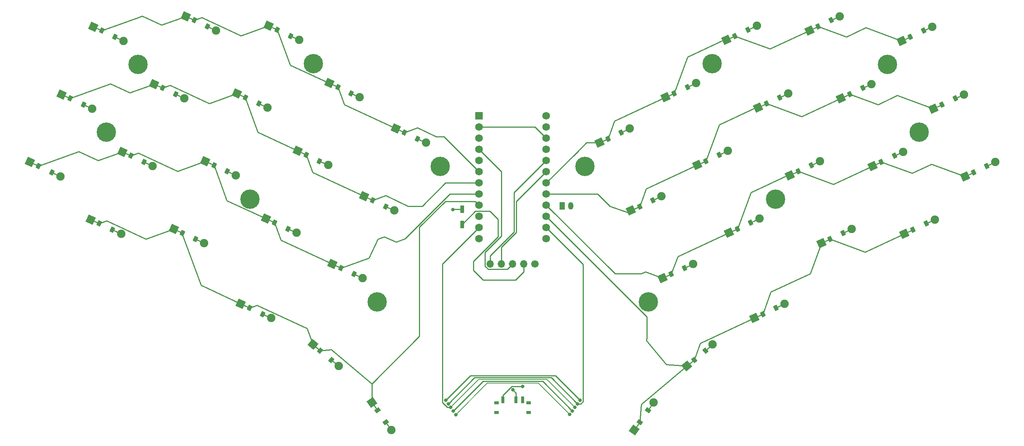
<source format=gbr>
%TF.GenerationSoftware,KiCad,Pcbnew,7.0.10*%
%TF.CreationDate,2024-01-18T08:47:23+01:00*%
%TF.ProjectId,turbo_go_2,74757262-6f5f-4676-9f5f-322e6b696361,v1.0.0*%
%TF.SameCoordinates,Original*%
%TF.FileFunction,Copper,L1,Top*%
%TF.FilePolarity,Positive*%
%FSLAX46Y46*%
G04 Gerber Fmt 4.6, Leading zero omitted, Abs format (unit mm)*
G04 Created by KiCad (PCBNEW 7.0.10) date 2024-01-18 08:47:23*
%MOMM*%
%LPD*%
G01*
G04 APERTURE LIST*
G04 Aperture macros list*
%AMRotRect*
0 Rectangle, with rotation*
0 The origin of the aperture is its center*
0 $1 length*
0 $2 width*
0 $3 Rotation angle, in degrees counterclockwise*
0 Add horizontal line*
21,1,$1,$2,0,0,$3*%
G04 Aperture macros list end*
%TA.AperFunction,ComponentPad*%
%ADD10C,0.700000*%
%TD*%
%TA.AperFunction,ComponentPad*%
%ADD11C,4.400000*%
%TD*%
%TA.AperFunction,ComponentPad*%
%ADD12RotRect,1.778000X1.778000X335.000000*%
%TD*%
%TA.AperFunction,SMDPad,CuDef*%
%ADD13RotRect,0.900000X1.200000X335.000000*%
%TD*%
%TA.AperFunction,ComponentPad*%
%ADD14C,1.905000*%
%TD*%
%TA.AperFunction,ComponentPad*%
%ADD15RotRect,1.778000X1.778000X25.000000*%
%TD*%
%TA.AperFunction,SMDPad,CuDef*%
%ADD16RotRect,0.900000X1.200000X25.000000*%
%TD*%
%TA.AperFunction,ComponentPad*%
%ADD17R,1.752600X1.752600*%
%TD*%
%TA.AperFunction,ComponentPad*%
%ADD18C,1.752600*%
%TD*%
%TA.AperFunction,SMDPad,CuDef*%
%ADD19R,0.900000X1.700000*%
%TD*%
%TA.AperFunction,ComponentPad*%
%ADD20RotRect,1.778000X1.778000X305.000000*%
%TD*%
%TA.AperFunction,SMDPad,CuDef*%
%ADD21RotRect,0.900000X1.200000X305.000000*%
%TD*%
%TA.AperFunction,ComponentPad*%
%ADD22O,1.700000X1.700000*%
%TD*%
%TA.AperFunction,ComponentPad*%
%ADD23C,1.700000*%
%TD*%
%TA.AperFunction,ComponentPad*%
%ADD24R,1.200000X1.700000*%
%TD*%
%TA.AperFunction,ComponentPad*%
%ADD25O,1.200000X1.700000*%
%TD*%
%TA.AperFunction,ComponentPad*%
%ADD26RotRect,1.778000X1.778000X320.000000*%
%TD*%
%TA.AperFunction,SMDPad,CuDef*%
%ADD27RotRect,0.900000X1.200000X320.000000*%
%TD*%
%TA.AperFunction,ComponentPad*%
%ADD28RotRect,1.778000X1.778000X55.000000*%
%TD*%
%TA.AperFunction,SMDPad,CuDef*%
%ADD29RotRect,0.900000X1.200000X55.000000*%
%TD*%
%TA.AperFunction,SMDPad,CuDef*%
%ADD30R,1.000000X0.800000*%
%TD*%
%TA.AperFunction,SMDPad,CuDef*%
%ADD31R,0.700000X1.500000*%
%TD*%
%TA.AperFunction,ComponentPad*%
%ADD32RotRect,1.778000X1.778000X40.000000*%
%TD*%
%TA.AperFunction,SMDPad,CuDef*%
%ADD33RotRect,0.900000X1.200000X40.000000*%
%TD*%
%TA.AperFunction,ViaPad*%
%ADD34C,0.800000*%
%TD*%
%TA.AperFunction,Conductor*%
%ADD35C,0.200000*%
%TD*%
%TA.AperFunction,Conductor*%
%ADD36C,0.250000*%
%TD*%
G04 APERTURE END LIST*
D10*
%TO.P,_5,1*%
%TO.N,N/C*%
X142209773Y-124661613D03*
X143140848Y-123808440D03*
X142154688Y-125923266D03*
X144402501Y-123863525D03*
D11*
X143705181Y-125358933D03*
D10*
X143007861Y-126854341D03*
X145255674Y-124794600D03*
X144269514Y-126909426D03*
X145200589Y-126056253D03*
%TD*%
D12*
%TO.P,D9,1*%
%TO.N,P18*%
X90382003Y-124216557D03*
D13*
X92339628Y-125129413D03*
%TO.P,D9,2*%
%TO.N,middle_bottom*%
X95330444Y-126524053D03*
D14*
X97288069Y-127436909D03*
%TD*%
D10*
%TO.P,_4,1*%
%TO.N,N/C*%
X99017231Y-132105052D03*
X99948306Y-131251879D03*
X98962146Y-133366705D03*
X101209959Y-131306964D03*
D11*
X100512639Y-132802372D03*
D10*
X99815319Y-134297780D03*
X102063132Y-132238039D03*
X101076972Y-134352865D03*
X102008047Y-133499692D03*
%TD*%
D15*
%TO.P,D23,1*%
%TO.N,P4*%
X248435835Y-96815416D03*
D16*
X250393460Y-95902560D03*
%TO.P,D23,2*%
%TO.N,mirror_pinky_top*%
X253384276Y-94507920D03*
D14*
X255341901Y-93595064D03*
%TD*%
D10*
%TO.P,_2,1*%
%TO.N,N/C*%
X66390154Y-116890794D03*
X67321229Y-116037621D03*
X66335069Y-118152447D03*
X68582882Y-116092706D03*
D11*
X67885562Y-117588114D03*
D10*
X67188242Y-119083522D03*
X69436055Y-117023781D03*
X68449895Y-119138607D03*
X69380970Y-118285434D03*
%TD*%
D15*
%TO.P,D51,1*%
%TO.N,P4*%
X208624239Y-96622443D03*
D16*
X210581864Y-95709587D03*
%TO.P,D51,2*%
%TO.N,mirror_middle_top*%
X213572680Y-94314947D03*
D14*
X215530305Y-93402091D03*
%TD*%
D15*
%TO.P,D46,1*%
%TO.N,P5*%
X234658006Y-109860394D03*
D16*
X236615631Y-108947538D03*
%TO.P,D46,2*%
%TO.N,mirror_ring_home*%
X239606447Y-107552898D03*
D14*
X241564072Y-106640042D03*
%TD*%
D15*
%TO.P,D47,1*%
%TO.N,P4*%
X227473487Y-94453158D03*
D16*
X229431112Y-93540302D03*
%TO.P,D47,2*%
%TO.N,mirror_ring_top*%
X232421928Y-92145662D03*
D14*
X234379553Y-91232806D03*
%TD*%
D15*
%TO.P,D41,1*%
%TO.N,P6*%
X262804852Y-127629890D03*
D16*
X264762477Y-126717034D03*
%TO.P,D41,2*%
%TO.N,mirror_pinky_bottom*%
X267753293Y-125322394D03*
D14*
X269710918Y-124409538D03*
%TD*%
D10*
%TO.P,_12,1*%
%TO.N,N/C*%
X189449768Y-156870728D03*
X189394683Y-155609075D03*
X190380843Y-157723901D03*
X190247856Y-154678000D03*
D11*
X190945176Y-156173408D03*
D10*
X191642496Y-157668816D03*
X191509509Y-154622915D03*
X192495669Y-156737741D03*
X192440584Y-155476088D03*
%TD*%
%TO.P,_6,1*%
%TO.N,N/C*%
X127840751Y-155476085D03*
X128771826Y-154622912D03*
X127785666Y-156737738D03*
X130033479Y-154677997D03*
D11*
X129336159Y-156173405D03*
D10*
X128638839Y-157668813D03*
X130886652Y-155609072D03*
X129900492Y-157723898D03*
X130831567Y-156870725D03*
%TD*%
D15*
%TO.P,D32,1*%
%TO.N,P6*%
X209215425Y-140481884D03*
D16*
X211173050Y-139569028D03*
%TO.P,D32,2*%
%TO.N,mirror_index_bottom*%
X214163866Y-138174388D03*
D14*
X216121491Y-137261532D03*
%TD*%
D10*
%TO.P,_3,1*%
%TO.N,N/C*%
X113386250Y-101290589D03*
X114317325Y-100437416D03*
X113331165Y-102552242D03*
X115578978Y-100492501D03*
D11*
X114881658Y-101987909D03*
D10*
X114184338Y-103483317D03*
X116432151Y-101423576D03*
X115445991Y-103538402D03*
X116377066Y-102685229D03*
%TD*%
D17*
%TO.P,MCU1,1*%
%TO.N,RAW*%
X152520659Y-113881757D03*
D18*
%TO.P,MCU1,2*%
%TO.N,GND*%
X152520659Y-116421757D03*
%TO.P,MCU1,3*%
%TO.N,RST*%
X152520659Y-118961757D03*
%TO.P,MCU1,4*%
%TO.N,VCC*%
X152520659Y-121501757D03*
%TO.P,MCU1,5*%
%TO.N,P21*%
X152520659Y-124041757D03*
%TO.P,MCU1,6*%
%TO.N,P20*%
X152520659Y-126581757D03*
%TO.P,MCU1,7*%
%TO.N,P19*%
X152520659Y-129121757D03*
%TO.P,MCU1,8*%
%TO.N,P18*%
X152520659Y-131661757D03*
%TO.P,MCU1,9*%
%TO.N,P15*%
X152520659Y-134201757D03*
%TO.P,MCU1,10*%
%TO.N,P14*%
X152520659Y-136741757D03*
%TO.P,MCU1,11*%
%TO.N,P16*%
X152520659Y-139281757D03*
%TO.P,MCU1,12*%
%TO.N,P10*%
X152520659Y-141821757D03*
%TO.P,MCU1,13*%
%TO.N,P1*%
X167760659Y-113881757D03*
%TO.P,MCU1,14*%
%TO.N,P0*%
X167760659Y-116421757D03*
%TO.P,MCU1,15*%
%TO.N,GND*%
X167760659Y-118961757D03*
%TO.P,MCU1,16*%
X167760659Y-121501757D03*
%TO.P,MCU1,17*%
%TO.N,P2*%
X167760659Y-124041757D03*
%TO.P,MCU1,18*%
%TO.N,P3*%
X167760659Y-126581757D03*
%TO.P,MCU1,19*%
%TO.N,P4*%
X167760659Y-129121757D03*
%TO.P,MCU1,20*%
%TO.N,P5*%
X167760659Y-131661757D03*
%TO.P,MCU1,21*%
%TO.N,P6*%
X167760659Y-134201757D03*
%TO.P,MCU1,22*%
%TO.N,P7*%
X167760659Y-136741757D03*
%TO.P,MCU1,23*%
%TO.N,P8*%
X167760659Y-139281757D03*
%TO.P,MCU1,24*%
%TO.N,P9*%
X167760659Y-141821757D03*
%TD*%
D12*
%TO.P,D14,1*%
%TO.N,P20*%
X118528853Y-106447062D03*
D13*
X120486478Y-107359918D03*
%TO.P,D14,2*%
%TO.N,index_top*%
X123477294Y-108754558D03*
D14*
X125434919Y-109667414D03*
%TD*%
D19*
%TO.P,,1*%
%TO.N,RST*%
X148640664Y-135151757D03*
%TO.P,,2*%
%TO.N,GND*%
X148640664Y-138551757D03*
%TD*%
D20*
%TO.P,D20,1*%
%TO.N,P15*%
X128189722Y-179055414D03*
D21*
X129428647Y-180824782D03*
%TO.P,D20,2*%
%TO.N,far_cluster*%
X131321449Y-183527984D03*
D14*
X132560374Y-185297352D03*
%TD*%
D12*
%TO.P,D15,1*%
%TO.N,P18*%
X119205520Y-147587586D03*
D13*
X121163145Y-148500442D03*
%TO.P,D15,2*%
%TO.N,inner_bottom*%
X124153961Y-149895082D03*
D14*
X126111586Y-150807938D03*
%TD*%
D12*
%TO.P,D64,1*%
%TO.N,P15*%
X64348247Y-137454510D03*
D13*
X66305872Y-138367366D03*
%TO.P,D64,2*%
%TO.N,ring_mod*%
X69296688Y-139762006D03*
D14*
X71254313Y-140674862D03*
%TD*%
D10*
%TO.P,_10,1*%
%TO.N,N/C*%
X218273287Y-133499694D03*
X218218202Y-132238041D03*
X219204362Y-134352867D03*
X219071375Y-131306966D03*
D11*
X219768695Y-132802374D03*
D10*
X220466015Y-134297782D03*
X220333028Y-131251881D03*
X221319188Y-133366707D03*
X221264103Y-132105054D03*
%TD*%
D12*
%TO.P,D71,1*%
%TO.N,P20*%
X104751029Y-93402083D03*
D13*
X106708654Y-94314939D03*
%TO.P,D71,2*%
%TO.N,middle_top*%
X109699470Y-95709579D03*
D14*
X111657095Y-96622435D03*
%TD*%
D22*
%TO.P,DISP1,1*%
%TO.N,P2*%
X155060664Y-147551749D03*
%TO.P,DISP1,2*%
%TO.N,P3*%
X157600664Y-147551749D03*
%TO.P,DISP1,3*%
%TO.N,VCC*%
X160140664Y-147551749D03*
%TO.P,DISP1,4*%
%TO.N,GND*%
X162680664Y-147551749D03*
D23*
%TO.P,DISP1,5*%
%TO.N,CS*%
X165220664Y-147551749D03*
%TD*%
D15*
%TO.P,D38,1*%
%TO.N,P7*%
X214948874Y-159875893D03*
D16*
X216906499Y-158963037D03*
%TO.P,D38,2*%
%TO.N,mirror_near_cluster*%
X219897315Y-157568397D03*
D14*
X221854940Y-156655541D03*
%TD*%
D10*
%TO.P,_11,1*%
%TO.N,N/C*%
X175080742Y-126056259D03*
X175025657Y-124794606D03*
X176011817Y-126909432D03*
X175878830Y-123863531D03*
D11*
X176576150Y-125358939D03*
D10*
X177273470Y-126854347D03*
X177140483Y-123808446D03*
X178126643Y-125923272D03*
X178071558Y-124661619D03*
%TD*%
D15*
%TO.P,D22,1*%
%TO.N,P5*%
X255620345Y-112222654D03*
D16*
X257577970Y-111309798D03*
%TO.P,D22,2*%
%TO.N,mirror_pinky_home*%
X260568786Y-109915158D03*
D14*
X262526411Y-109002302D03*
%TD*%
D15*
%TO.P,D50,1*%
%TO.N,P5*%
X215808756Y-112029680D03*
D16*
X217766381Y-111116824D03*
%TO.P,D50,2*%
%TO.N,mirror_middle_home*%
X220757197Y-109722184D03*
D14*
X222714822Y-108809328D03*
%TD*%
D10*
%TO.P,_1,1*%
%TO.N,N/C*%
X73574671Y-101483561D03*
X74505746Y-100630388D03*
X73519586Y-102745214D03*
X75767399Y-100685473D03*
D11*
X75070079Y-102180881D03*
D10*
X74372759Y-103676289D03*
X76620572Y-101616548D03*
X75634412Y-103731374D03*
X76565487Y-102878201D03*
%TD*%
D15*
%TO.P,D44,1*%
%TO.N,P7*%
X249027026Y-140674860D03*
D16*
X250984651Y-139762004D03*
%TO.P,D44,2*%
%TO.N,mirror_ring_mod*%
X253975467Y-138367364D03*
D14*
X255933092Y-137454508D03*
%TD*%
D12*
%TO.P,D78,1*%
%TO.N,P15*%
X98426389Y-156655541D03*
D13*
X100384014Y-157568397D03*
%TO.P,D78,2*%
%TO.N,near_cluster*%
X103374830Y-158963037D03*
D14*
X105332455Y-159875893D03*
%TD*%
D15*
%TO.P,D49,1*%
%TO.N,P6*%
X222993264Y-127436908D03*
D16*
X224950889Y-126524052D03*
%TO.P,D49,2*%
%TO.N,mirror_middle_bottom*%
X227941705Y-125129412D03*
D14*
X229899330Y-124216556D03*
%TD*%
D10*
%TO.P,_8,1*%
%TO.N,N/C*%
X250900361Y-118285426D03*
X250845276Y-117023773D03*
X251831436Y-119138599D03*
X251698449Y-116092698D03*
D11*
X252395769Y-117588106D03*
D10*
X253093089Y-119083514D03*
X252960102Y-116037613D03*
X253946262Y-118152439D03*
X253891177Y-116890786D03*
%TD*%
D15*
%TO.P,D33,1*%
%TO.N,P5*%
X202030912Y-125074647D03*
D16*
X203988537Y-124161791D03*
%TO.P,D33,2*%
%TO.N,mirror_index_home*%
X206979353Y-122767151D03*
D14*
X208936978Y-121854295D03*
%TD*%
D12*
%TO.P,D70,1*%
%TO.N,P19*%
X97566520Y-108809324D03*
D13*
X99524145Y-109722180D03*
%TO.P,D70,2*%
%TO.N,middle_home*%
X102514961Y-111116820D03*
D14*
X104472586Y-112029676D03*
%TD*%
D15*
%TO.P,D37,1*%
%TO.N,P4*%
X179800724Y-119993471D03*
D16*
X181758349Y-119080615D03*
%TO.P,D37,2*%
%TO.N,mirror_inner_top*%
X184749165Y-117685975D03*
D14*
X186706790Y-116773119D03*
%TD*%
D12*
%TO.P,D61,1*%
%TO.N,P18*%
X50570422Y-124409534D03*
D13*
X52528047Y-125322390D03*
%TO.P,D61,2*%
%TO.N,pinky_bottom*%
X55518863Y-126717030D03*
D14*
X57476488Y-127629886D03*
%TD*%
D15*
%TO.P,D28,1*%
%TO.N,P7*%
X230177770Y-142844149D03*
D16*
X232135395Y-141931293D03*
%TO.P,D28,2*%
%TO.N,mirror_middle_mod*%
X235126211Y-140536653D03*
D14*
X237083836Y-139623797D03*
%TD*%
D12*
%TO.P,D65,1*%
%TO.N,P18*%
X71532755Y-122047277D03*
D13*
X73490380Y-122960133D03*
%TO.P,D65,2*%
%TO.N,ring_bottom*%
X76481196Y-124354773D03*
D14*
X78438821Y-125267629D03*
%TD*%
D24*
%TO.P,JST1,1*%
%TO.N,pos*%
X171340664Y-134351753D03*
D25*
%TO.P,JST1,2*%
%TO.N,GND*%
X173340664Y-134351753D03*
%TD*%
D12*
%TO.P,D16,1*%
%TO.N,P19*%
X126390037Y-132180353D03*
D13*
X128347662Y-133093209D03*
%TO.P,D16,2*%
%TO.N,inner_home*%
X131338478Y-134487849D03*
D14*
X133296103Y-135400705D03*
%TD*%
D12*
%TO.P,D67,1*%
%TO.N,P20*%
X85901780Y-91232811D03*
D13*
X87859405Y-92145667D03*
%TO.P,D67,2*%
%TO.N,ring_top*%
X90850221Y-93540307D03*
D14*
X92807846Y-94453163D03*
%TD*%
D12*
%TO.P,D62,1*%
%TO.N,P19*%
X57754933Y-109002291D03*
D13*
X59712558Y-109915147D03*
%TO.P,D62,2*%
%TO.N,pinky_home*%
X62703374Y-111309787D03*
D14*
X64660999Y-112222643D03*
%TD*%
D12*
%TO.P,D13,1*%
%TO.N,P19*%
X111344353Y-121854304D03*
D13*
X113301978Y-122767160D03*
%TO.P,D13,2*%
%TO.N,index_home*%
X116292794Y-124161800D03*
D14*
X118250419Y-125074656D03*
%TD*%
D15*
%TO.P,D55,1*%
%TO.N,P6*%
X194169745Y-150807937D03*
D16*
X196127370Y-149895081D03*
%TO.P,D55,2*%
%TO.N,mirror_inner_bottom*%
X199118186Y-148500441D03*
D14*
X201075811Y-147587585D03*
%TD*%
D26*
%TO.P,D79,1*%
%TO.N,P15*%
X114782559Y-165896266D03*
D27*
X116437215Y-167284687D03*
%TO.P,D79,2*%
%TO.N,home_cluster*%
X118965161Y-169405887D03*
D14*
X120619817Y-170794308D03*
%TD*%
D12*
%TO.P,D77,1*%
%TO.N,P20*%
X133574543Y-116773116D03*
D13*
X135532168Y-117685972D03*
%TO.P,D77,2*%
%TO.N,inner_top*%
X138522984Y-119080612D03*
D14*
X140480609Y-119993468D03*
%TD*%
D26*
%TO.P,D19,1*%
%TO.N,P15*%
X114782559Y-165896266D03*
D27*
X116437215Y-167284687D03*
%TO.P,D19,2*%
%TO.N,home_cluster*%
X118965161Y-169405887D03*
D14*
X120619817Y-170794308D03*
%TD*%
D10*
%TO.P,_7,1*%
%TO.N,N/C*%
X243715850Y-102878197D03*
X243660765Y-101616544D03*
X244646925Y-103731370D03*
X244513938Y-100685469D03*
D11*
X245211258Y-102180877D03*
D10*
X245908578Y-103676285D03*
X245775591Y-100630384D03*
X246761751Y-102745210D03*
X246706666Y-101483557D03*
%TD*%
D28*
%TO.P,D60,1*%
%TO.N,P7*%
X187720954Y-185297358D03*
D29*
X188959879Y-183527990D03*
%TO.P,D60,2*%
%TO.N,mirror_far_cluster*%
X190852681Y-180824788D03*
D14*
X192091606Y-179055420D03*
%TD*%
D15*
%TO.P,D25,1*%
%TO.N,P6*%
X241842513Y-125267628D03*
D16*
X243800138Y-124354772D03*
%TO.P,D25,2*%
%TO.N,mirror_ring_bottom*%
X246790954Y-122960132D03*
D14*
X248748579Y-122047276D03*
%TD*%
D12*
%TO.P,D3,1*%
%TO.N,P20*%
X64939442Y-93595066D03*
D13*
X66897067Y-94507922D03*
%TO.P,D3,2*%
%TO.N,pinky_top*%
X69887883Y-95902562D03*
D14*
X71845508Y-96815418D03*
%TD*%
D15*
%TO.P,D54,1*%
%TO.N,P4*%
X194846413Y-109667415D03*
D16*
X196804038Y-108754559D03*
%TO.P,D54,2*%
%TO.N,mirror_index_top*%
X199794854Y-107359919D03*
D14*
X201752479Y-106447063D03*
%TD*%
D12*
%TO.P,D12,1*%
%TO.N,P18*%
X104159838Y-137261531D03*
D13*
X106117463Y-138174387D03*
%TO.P,D12,2*%
%TO.N,index_bottom*%
X109108279Y-139569027D03*
D14*
X111065904Y-140481883D03*
%TD*%
D15*
%TO.P,D56,1*%
%TO.N,P5*%
X186985235Y-135400710D03*
D16*
X188942860Y-134487854D03*
%TO.P,D56,2*%
%TO.N,mirror_inner_home*%
X191933676Y-133093214D03*
D14*
X193891301Y-132180358D03*
%TD*%
D30*
%TO.P,,*%
%TO.N,*%
X156490670Y-179128508D03*
X156490670Y-181338508D03*
X163790670Y-179128508D03*
X163790670Y-181338508D03*
D31*
%TO.P,,1*%
%TO.N,pos*%
X157890670Y-178478508D03*
%TO.P,,2*%
%TO.N,RAW*%
X160890670Y-178478508D03*
%TO.P,,3*%
%TO.N,N/C*%
X162390670Y-178478508D03*
%TD*%
D10*
%TO.P,_9,1*%
%TO.N,N/C*%
X203904256Y-102685236D03*
X203849171Y-101423583D03*
X204835331Y-103538409D03*
X204702344Y-100492508D03*
D11*
X205399664Y-101987916D03*
D10*
X206096984Y-103483324D03*
X205963997Y-100437423D03*
X206950157Y-102552249D03*
X206895072Y-101290596D03*
%TD*%
D12*
%TO.P,D66,1*%
%TO.N,P19*%
X78717267Y-106640044D03*
D13*
X80674892Y-107552900D03*
%TO.P,D66,2*%
%TO.N,ring_home*%
X83665708Y-108947540D03*
D14*
X85623333Y-109860396D03*
%TD*%
D15*
%TO.P,D34,1*%
%TO.N,P4*%
X194846413Y-109667415D03*
D16*
X196804038Y-108754559D03*
%TO.P,D34,2*%
%TO.N,mirror_index_top*%
X199794854Y-107359919D03*
D14*
X201752479Y-106447063D03*
%TD*%
D15*
%TO.P,D48,1*%
%TO.N,P7*%
X230177770Y-142844149D03*
D16*
X232135395Y-141931293D03*
%TO.P,D48,2*%
%TO.N,mirror_middle_mod*%
X235126211Y-140536653D03*
D14*
X237083836Y-139623797D03*
%TD*%
D12*
%TO.P,D8,1*%
%TO.N,P15*%
X83197494Y-139623794D03*
D13*
X85155119Y-140536650D03*
%TO.P,D8,2*%
%TO.N,middle_mod*%
X88145935Y-141931290D03*
D14*
X90103560Y-142844146D03*
%TD*%
D32*
%TO.P,D59,1*%
%TO.N,P7*%
X199661508Y-170794309D03*
D33*
X201316164Y-169405888D03*
%TO.P,D59,2*%
%TO.N,mirror_home_cluster*%
X203844110Y-167284688D03*
D14*
X205498766Y-165896267D03*
%TD*%
D34*
%TO.N,P10*%
X173058589Y-181783652D03*
X147245558Y-181834293D03*
%TO.N,P9*%
X173655627Y-180981440D03*
X146671985Y-181015143D03*
%TO.N,P16*%
X174238272Y-180168708D03*
X146098405Y-180195994D03*
%TO.N,P8*%
X174858593Y-179383659D03*
X145524833Y-179376834D03*
%TO.N,P14*%
X144951249Y-178557687D03*
X175413291Y-178551608D03*
%TO.N,RAW*%
X160183079Y-176202800D03*
%TO.N,RST*%
X146563189Y-135170535D03*
%TO.N,pos*%
X162383077Y-175402802D03*
%TD*%
D35*
%TO.N,P10*%
X165977735Y-174702802D02*
X154377046Y-174702795D01*
X154377046Y-174702795D02*
X147245558Y-181834293D01*
X173058589Y-181783652D02*
X165977735Y-174702802D01*
D36*
%TO.N,pinky_bottom*%
X57476476Y-127629880D02*
X55518852Y-126717024D01*
%TO.N,pinky_home*%
X64660991Y-112222645D02*
X62703362Y-111309789D01*
%TO.N,pinky_top*%
X71845497Y-96815416D02*
X69887873Y-95902563D01*
%TO.N,ring_mod*%
X71254310Y-140674854D02*
X69296682Y-139762007D01*
%TO.N,P9*%
X146671985Y-181015143D02*
X153409324Y-174277798D01*
X166951985Y-174277797D02*
X173655627Y-180981440D01*
X153409324Y-174277798D02*
X166951985Y-174277797D01*
%TO.N,ring_bottom*%
X78438823Y-125267619D02*
X76481194Y-124354765D01*
%TO.N,ring_home*%
X85623335Y-109860389D02*
X83665707Y-108947540D01*
%TO.N,ring_top*%
X92807836Y-94453164D02*
X90850213Y-93540307D01*
%TO.N,middle_mod*%
X90103556Y-142844137D02*
X88145935Y-141931283D01*
%TO.N,P16*%
X146098405Y-180195994D02*
X146183085Y-180002794D01*
D35*
X167922360Y-173852798D02*
X152441597Y-173852799D01*
D36*
X144226251Y-147576163D02*
X144226251Y-179103560D01*
X144226251Y-179103560D02*
X145318683Y-180195990D01*
X152520660Y-139281757D02*
X144226251Y-147576163D01*
D35*
X152441597Y-173852799D02*
X146098405Y-180195994D01*
D36*
X145318683Y-180195990D02*
X146098405Y-180195994D01*
D35*
X174238272Y-180168708D02*
X167922360Y-173852798D01*
D36*
%TO.N,middle_bottom*%
X97288078Y-127436915D02*
X95330442Y-126524047D01*
%TO.N,middle_home*%
X104472592Y-112029672D02*
X102514955Y-111116812D01*
%TO.N,middle_top*%
X111657102Y-96622440D02*
X109699476Y-95709593D01*
%TO.N,P8*%
X151473864Y-173427801D02*
X168902731Y-173427799D01*
X168902731Y-173427799D02*
X174858593Y-179383659D01*
X145524833Y-179376834D02*
X151473864Y-173427801D01*
X167760659Y-139281758D02*
X176138290Y-147659393D01*
X176138290Y-147659393D02*
X176138292Y-178851911D01*
X175606545Y-179383658D02*
X174858593Y-179383659D01*
X176138292Y-178851911D02*
X175606545Y-179383658D01*
%TO.N,index_bottom*%
X111065900Y-140481887D02*
X109108279Y-139569026D01*
%TO.N,index_home*%
X118250409Y-125074660D02*
X116292784Y-124161789D01*
%TO.N,index_top*%
X125434919Y-109667413D02*
X123477299Y-108754558D01*
%TO.N,P14*%
X169839484Y-172977800D02*
X150531146Y-172977798D01*
X175413291Y-178551608D02*
X169839484Y-172977800D01*
X150531146Y-172977798D02*
X144951249Y-178557687D01*
%TO.N,inner_bottom*%
X126111591Y-150807936D02*
X124153960Y-149895078D01*
%TO.N,inner_home*%
X133296099Y-135400701D02*
X131338484Y-134487850D01*
%TO.N,inner_top*%
X140480603Y-119993475D02*
X138522983Y-119080620D01*
%TO.N,near_cluster*%
X103374835Y-158963041D02*
X105332475Y-159875888D01*
%TO.N,home_cluster*%
X118965170Y-169405897D02*
X120619825Y-170794312D01*
%TO.N,far_cluster*%
X132560385Y-185297357D02*
X131321454Y-183527993D01*
%TO.N,mirror_pinky_bottom*%
X269710916Y-124409539D02*
X267753292Y-125322393D01*
%TO.N,mirror_pinky_home*%
X262526415Y-109002299D02*
X260568788Y-109915154D01*
%TO.N,mirror_pinky_top*%
X255341899Y-93595068D02*
X253384269Y-94507920D01*
%TO.N,mirror_ring_mod*%
X255933089Y-137454496D02*
X253975460Y-138367364D01*
%TO.N,mirror_ring_bottom*%
X248748588Y-122047283D02*
X246790953Y-122960133D01*
%TO.N,mirror_ring_home*%
X241564069Y-106640047D02*
X239606442Y-107552899D01*
%TO.N,mirror_ring_top*%
X234379555Y-91232813D02*
X232421932Y-92145675D01*
%TO.N,mirror_middle_mod*%
X235126215Y-140536644D02*
X237083833Y-139623793D01*
%TO.N,mirror_middle_bottom*%
X229899327Y-124216558D02*
X227941698Y-125129410D01*
%TO.N,mirror_middle_home*%
X222714819Y-108809318D02*
X220757190Y-109722183D01*
%TO.N,mirror_middle_top*%
X215530315Y-93402099D02*
X213572686Y-94314944D01*
%TO.N,mirror_index_bottom*%
X214163872Y-138174387D02*
X216121494Y-137261529D01*
%TO.N,mirror_index_home*%
X206979357Y-122767158D02*
X208936988Y-121854297D01*
%TO.N,mirror_index_top*%
X201752474Y-106447067D02*
X199794852Y-107359918D01*
%TO.N,mirror_inner_bottom*%
X199118190Y-148500434D02*
X201075810Y-147587587D01*
%TO.N,mirror_inner_home*%
X191933669Y-133093209D02*
X193891303Y-132180351D01*
%TO.N,mirror_inner_top*%
X186706790Y-116773118D02*
X184749164Y-117685979D01*
%TO.N,mirror_near_cluster*%
X221854931Y-156655542D02*
X219897315Y-157568393D01*
%TO.N,mirror_home_cluster*%
X205498768Y-165896275D02*
X203844111Y-167284693D01*
%TO.N,mirror_far_cluster*%
X190852682Y-180824783D02*
X192091608Y-179055419D01*
%TO.N,P18*%
X73490390Y-122960141D02*
X75188084Y-122342219D01*
X95253862Y-133136188D02*
X104126617Y-137273624D01*
X84106143Y-126500777D02*
X90381999Y-124216557D01*
X90381999Y-124216557D02*
X92339634Y-125129415D01*
X145887716Y-131661755D02*
X135747384Y-141802102D01*
X107568527Y-142161161D02*
X119205531Y-147587582D01*
X133657985Y-142603490D02*
X135724402Y-141851372D01*
X152520667Y-131661750D02*
X145887716Y-131661755D01*
X71532757Y-122047276D02*
X73490390Y-122960141D01*
X129516909Y-141884361D02*
X130976534Y-141353102D01*
X121163147Y-148500438D02*
X127508768Y-146190824D01*
X50570422Y-124409531D02*
X52528049Y-125322381D01*
X135724402Y-141851372D02*
X135747384Y-141802102D01*
X61664400Y-121997014D02*
X66050934Y-124042496D01*
X106117459Y-138174388D02*
X107568527Y-142161161D01*
X66050934Y-124042496D02*
X71532757Y-122047276D01*
X130976534Y-141353102D02*
X133657985Y-142603490D01*
X119205531Y-147587582D02*
X121163147Y-148500438D01*
X127508768Y-146190824D02*
X129516909Y-141884361D01*
X52528049Y-125322381D02*
X61664400Y-121997014D01*
X104126617Y-137273624D02*
X104159835Y-137261538D01*
X92339634Y-125129415D02*
X95253862Y-133136188D01*
X75188084Y-122342219D02*
X84106143Y-126500777D01*
X104159835Y-137261538D02*
X106117459Y-138174388D01*
%TO.N,P19*%
X126390034Y-132180346D02*
X128347659Y-133093211D01*
X57754925Y-109002302D02*
X59712555Y-109915151D01*
X113301975Y-122767155D02*
X114753043Y-126753927D01*
X82372589Y-106934985D02*
X91290665Y-111093542D01*
X152520663Y-129121750D02*
X144864124Y-129121757D01*
X99460748Y-109858128D02*
X102290331Y-117632338D01*
X73235443Y-108635267D02*
X78717271Y-106640043D01*
X131283284Y-132024728D02*
X136383073Y-134402797D01*
X59712555Y-109915151D02*
X68848915Y-106589780D01*
X97566517Y-108809327D02*
X99524152Y-109722183D01*
X102290331Y-117632338D02*
X111344347Y-121854297D01*
X80674903Y-107552893D02*
X82372589Y-106934985D01*
X99524152Y-109722183D02*
X99460748Y-109858128D01*
X144864124Y-129121757D02*
X139583078Y-134402792D01*
X68848915Y-106589780D02*
X73235443Y-108635267D01*
X128347659Y-133093211D02*
X131283284Y-132024728D01*
X111344347Y-121854297D02*
X113301975Y-122767155D01*
X78717271Y-106640043D02*
X80674903Y-107552893D01*
X91290665Y-111093542D02*
X97566517Y-108809327D01*
X139583078Y-134402792D02*
X136383073Y-134402797D01*
X114753043Y-126753927D02*
X126390034Y-132180346D01*
%TO.N,P20*%
X80419957Y-93228028D02*
X85901781Y-91232808D01*
X121937554Y-111346699D02*
X133574545Y-116773117D01*
X89557105Y-91527757D02*
X98475175Y-95686319D01*
X120486487Y-107359919D02*
X121937554Y-111346699D01*
X98475175Y-95686319D02*
X104751027Y-93402092D01*
X133574545Y-116773117D02*
X135532165Y-117685974D01*
X85901781Y-91232808D02*
X87859405Y-92145661D01*
X109622875Y-102321728D02*
X118495641Y-106459157D01*
X118495641Y-106459157D02*
X118528858Y-106447069D01*
X106708642Y-94314950D02*
X109622875Y-102321728D01*
X135532165Y-117685974D02*
X138500248Y-116605682D01*
X104751027Y-93402092D02*
X106708642Y-94314950D01*
X87859405Y-92145661D02*
X89557105Y-91527757D01*
X144541714Y-118602796D02*
X152520666Y-126581756D01*
X75182008Y-91492449D02*
X75186931Y-91481897D01*
X75186931Y-91481897D02*
X76022878Y-91177639D01*
X142783081Y-118602800D02*
X144541714Y-118602796D01*
X76022878Y-91177639D02*
X80419957Y-93228028D01*
X66897064Y-94507928D02*
X75182008Y-91492449D01*
X64939439Y-93595067D02*
X66897064Y-94507928D01*
X138500248Y-116605682D02*
X142783081Y-118602800D01*
X118528858Y-106447069D02*
X120486487Y-107359919D01*
%TO.N,P15*%
X144860418Y-133325460D02*
X138983078Y-139202800D01*
X102081719Y-156950486D02*
X113457237Y-162254974D01*
X83197494Y-139623791D02*
X85155122Y-140536643D01*
X152520661Y-134201755D02*
X151644372Y-133325459D01*
X116437213Y-167284690D02*
X118973485Y-167062802D01*
X85155122Y-140536643D02*
X85091723Y-140672581D01*
X138983078Y-139202800D02*
X138983076Y-164002796D01*
X128189724Y-174796145D02*
X128189723Y-179055411D01*
X116437213Y-167284690D02*
X114782571Y-165896275D01*
X113457237Y-162254974D02*
X114782568Y-165896275D01*
X100384014Y-157568396D02*
X102081719Y-156950486D01*
X98426397Y-156655548D02*
X100384014Y-157568396D01*
X89372381Y-152433578D02*
X98426397Y-156655548D01*
X68003575Y-137749443D02*
X76921641Y-141908014D01*
X64348248Y-137454514D02*
X66305874Y-138367363D01*
X138983076Y-164002796D02*
X128189724Y-174796145D01*
X118973485Y-167062802D02*
X128189724Y-174796145D01*
X76921641Y-141908014D02*
X83197494Y-139623791D01*
X129428654Y-180824786D02*
X128189721Y-179055410D01*
X66305874Y-138367363D02*
X68003575Y-137749443D01*
X85091723Y-140672581D02*
X89372381Y-152433578D01*
X151644372Y-133325459D02*
X144860418Y-133325460D01*
%TO.N,P6*%
X183361713Y-149802798D02*
X189357565Y-149802795D01*
X222693052Y-127327645D02*
X222993265Y-127436903D01*
X232924449Y-129426190D02*
X241842518Y-125267630D01*
X190256482Y-149383626D02*
X189357565Y-149802795D01*
X196127369Y-149895083D02*
X194169752Y-150807930D01*
X250769656Y-126891476D02*
X243800137Y-124354781D01*
X262804852Y-127629882D02*
X255156182Y-124845989D01*
X167760658Y-134201756D02*
X183361713Y-149802798D01*
X255156182Y-124845989D02*
X250769656Y-126891476D01*
X224950885Y-126524062D02*
X222993265Y-127436903D01*
X209215428Y-140481884D02*
X197578442Y-145908308D01*
X214184458Y-131295267D02*
X222693052Y-127327645D01*
X264762477Y-126717033D02*
X262804852Y-127629882D01*
X194169752Y-150807930D02*
X190256482Y-149383626D01*
X197578442Y-145908308D02*
X196127369Y-149895083D01*
X211173056Y-139569030D02*
X209215428Y-140481884D01*
X241842518Y-125267630D02*
X243800137Y-124354781D01*
X224950885Y-126524062D02*
X232924449Y-129426190D01*
X211173056Y-139569030D02*
X214184458Y-131295267D01*
%TO.N,P5*%
X203988543Y-124161791D02*
X206999941Y-115888030D01*
X186985232Y-135400707D02*
X188942861Y-134487843D01*
X247440092Y-109245279D02*
X255620346Y-112222652D01*
X190393931Y-130501066D02*
X202030919Y-125074645D01*
X179442042Y-131661746D02*
X182183072Y-134402788D01*
X206999941Y-115888030D02*
X215508549Y-111920413D01*
X215508549Y-111920413D02*
X215808752Y-112029672D01*
X186985232Y-135400707D02*
X186082010Y-135821886D01*
X257577977Y-111309790D02*
X255620346Y-112222652D01*
X188942861Y-134487843D02*
X190393931Y-130501066D01*
X243053573Y-111290760D02*
X247440092Y-109245279D01*
X225739933Y-114018958D02*
X234658000Y-109860389D01*
X217766373Y-111116816D02*
X225739933Y-114018958D01*
X186082010Y-135821886D02*
X182183072Y-134402788D01*
X217766373Y-111116816D02*
X215808752Y-112029672D01*
X234658000Y-109860389D02*
X236615623Y-108947534D01*
X202030919Y-125074645D02*
X203988543Y-124161791D01*
X236615623Y-108947534D02*
X243053573Y-111290760D01*
X167760655Y-131661755D02*
X179442042Y-131661746D01*
%TO.N,P4*%
X196804037Y-108754549D02*
X194846405Y-109667414D01*
X210581870Y-95709583D02*
X208624249Y-96622435D01*
X218555427Y-98611725D02*
X210581870Y-95709583D01*
X167760664Y-129121754D02*
X174731350Y-122151064D01*
X235869047Y-95883533D02*
X240255588Y-93838045D01*
X208624249Y-96622435D02*
X208324035Y-96513187D01*
X199815437Y-100480801D02*
X196804037Y-108754549D01*
X183209423Y-115093833D02*
X181758351Y-119080613D01*
X240255588Y-93838045D02*
X248435832Y-96815415D01*
X227473482Y-94453173D02*
X229431110Y-93540304D01*
X194846405Y-109667414D02*
X183209423Y-115093833D01*
X229431110Y-93540304D02*
X235869047Y-95883533D01*
X227473482Y-94453173D02*
X218555427Y-98611725D01*
X174731350Y-122151064D02*
X176888951Y-119993469D01*
X250393456Y-95902565D02*
X248435832Y-96815415D01*
X208324035Y-96513187D02*
X199815437Y-100480801D01*
X176888951Y-119993469D02*
X179800730Y-119993468D01*
X179800728Y-119993471D02*
X181758351Y-119080613D01*
%TO.N,P7*%
X195025434Y-170388718D02*
X190506976Y-165003837D01*
X187720966Y-185297358D02*
X188959884Y-183527986D01*
X240108957Y-144833417D02*
X232135403Y-141931291D01*
X190506976Y-165003837D02*
X190583087Y-164133977D01*
X216906503Y-158963035D02*
X214948873Y-159875888D01*
X202707101Y-165584322D02*
X201316169Y-169405898D01*
X199661517Y-170794306D02*
X189314320Y-179476630D01*
X232135403Y-141931291D02*
X230177779Y-142844147D01*
X190583083Y-159564171D02*
X190583087Y-164133977D01*
X189314320Y-179476630D02*
X188959879Y-183527982D01*
X214948873Y-159875888D02*
X202707101Y-165584322D01*
X249027023Y-140674855D02*
X240108957Y-144833417D01*
X167760671Y-136741755D02*
X190583083Y-159564171D01*
X230177779Y-142844147D02*
X227650060Y-149788977D01*
X218731982Y-153947538D02*
X216906503Y-158963035D01*
X227650060Y-149788977D02*
X218731982Y-153947538D01*
X201316170Y-169405891D02*
X199661518Y-170794319D01*
X199661517Y-170794306D02*
X195025434Y-170388718D01*
X249027023Y-140674855D02*
X250984644Y-139762002D01*
%TO.N,RAW*%
X160890661Y-178478501D02*
X160890662Y-176910389D01*
X160890662Y-176910389D02*
X160183079Y-176202800D01*
%TO.N,GND*%
X162680671Y-149305198D02*
X162680673Y-147551755D01*
X156783079Y-137402790D02*
X156783077Y-141402793D01*
X151651963Y-135540460D02*
X154920739Y-135540461D01*
X151183077Y-147002793D02*
X151183082Y-149002796D01*
X160783080Y-151202793D02*
X162680671Y-149305198D01*
X153383073Y-151202799D02*
X160783080Y-151202793D01*
X148640666Y-138551759D02*
X151651963Y-135540460D01*
X154920739Y-135540461D02*
X156783079Y-137402790D01*
X156783077Y-141402793D02*
X151183077Y-147002793D01*
X165220671Y-116421758D02*
X167760664Y-118961756D01*
X151183082Y-149002796D02*
X153383073Y-151202799D01*
X152520663Y-116421755D02*
X165220671Y-116421758D01*
%TO.N,RST*%
X146563189Y-135170535D02*
X146581965Y-135151758D01*
X146581965Y-135151758D02*
X148640665Y-135151758D01*
%TO.N,VCC*%
X157583080Y-126564166D02*
X152520666Y-121501754D01*
X153885672Y-148038462D02*
X153885664Y-144936599D01*
X157583081Y-141239189D02*
X157583080Y-126564166D01*
X160140663Y-147551755D02*
X158965681Y-148726763D01*
X153885664Y-144936599D02*
X157583081Y-141239189D01*
X158965681Y-148726763D02*
X154573969Y-148726751D01*
X154573969Y-148726751D02*
X153885672Y-148038462D01*
%TO.N,P2*%
X155060662Y-147551756D02*
X155060669Y-145688808D01*
X160464880Y-131337543D02*
X167760666Y-124041755D01*
X160464877Y-140284598D02*
X160464880Y-131337543D01*
X155060669Y-145688808D02*
X160464877Y-140284598D01*
%TO.N,P3*%
X160983083Y-133359343D02*
X167760671Y-126581757D01*
X157600658Y-143785210D02*
X160983079Y-140402801D01*
X160983079Y-140402801D02*
X160983083Y-133359343D01*
X157600670Y-147551756D02*
X157600658Y-143785210D01*
%TO.N,pos*%
X157890680Y-177469903D02*
X159957769Y-175402800D01*
X157890674Y-178478502D02*
X157890680Y-177469903D01*
X159957769Y-175402800D02*
X162383077Y-175402802D01*
%TD*%
M02*

</source>
